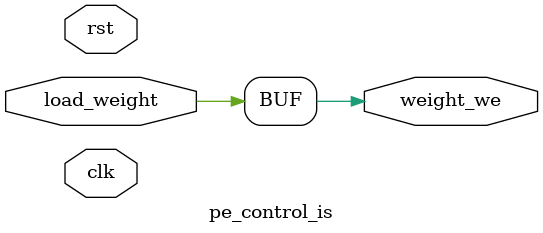
<source format=v>
module pe_control_is (
    input wire clk,
    input wire rst,
    input wire load_weight,
    output reg weight_we // Weight Write Enable
);

    // Simple Control Logic for now
    // If we add Valid/Ready protocol later, it goes here.
    always @(*) begin
        weight_we = load_weight;
    end

endmodule

</source>
